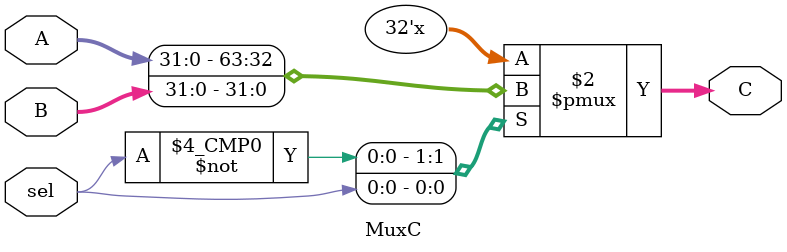
<source format=v>
`timescale 1ns/1ns

module MuxC(
    input [31:0]A,
    input [31:0]B,
    input sel,
    output reg[31:0]C
);

always @* begin
    case(sel)
        1'b0: C = A;
        1'b1: C = B;
    endcase
end
endmodule
</source>
